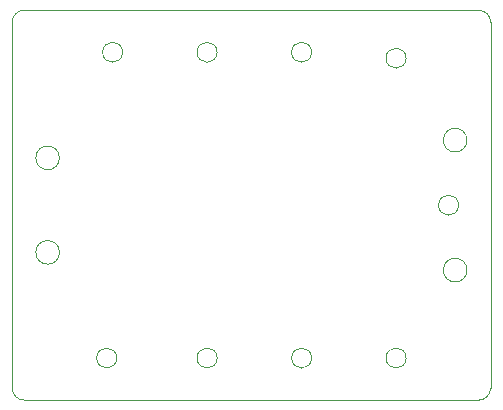
<source format=gbr>
%TF.GenerationSoftware,KiCad,Pcbnew,8.0.1-8.0.1-1~ubuntu22.04.1*%
%TF.CreationDate,2024-08-17T09:59:52+01:00*%
%TF.ProjectId,JACK_CONN,4a41434b-5f43-44f4-9e4e-2e6b69636164,v2.0*%
%TF.SameCoordinates,Original*%
%TF.FileFunction,Profile,NP*%
%FSLAX46Y46*%
G04 Gerber Fmt 4.6, Leading zero omitted, Abs format (unit mm)*
G04 Created by KiCad (PCBNEW 8.0.1-8.0.1-1~ubuntu22.04.1) date 2024-08-17 09:59:52*
%MOMM*%
%LPD*%
G01*
G04 APERTURE LIST*
%TA.AperFunction,Profile*%
%ADD10C,0.038100*%
%TD*%
%TA.AperFunction,Profile*%
%ADD11C,0.100000*%
%TD*%
G04 APERTURE END LIST*
D10*
X59000005Y-56499993D02*
X20500001Y-56499999D01*
X20500001Y-23500001D02*
X59000002Y-23499998D01*
X19500003Y-24499999D02*
X19500002Y-55500000D01*
X23500001Y-36000000D02*
G75*
G02*
X21500001Y-36000000I-1000000J0D01*
G01*
X21500001Y-36000000D02*
G75*
G02*
X23500001Y-36000000I1000000J0D01*
G01*
X23500001Y-44000000D02*
G75*
G02*
X21500001Y-44000000I-1000000J0D01*
G01*
X21500001Y-44000000D02*
G75*
G02*
X23500001Y-44000000I1000000J0D01*
G01*
X19500003Y-24499999D02*
G75*
G02*
X20500001Y-23500003I999997J-1D01*
G01*
X20500001Y-56499999D02*
G75*
G02*
X19500001Y-55500002I-1J999999D01*
G01*
X60000000Y-24499999D02*
X60000001Y-55499993D01*
X59000002Y-23500001D02*
G75*
G02*
X59999999Y-24499999I-2J-999999D01*
G01*
X58000001Y-45500000D02*
G75*
G02*
X56000001Y-45500000I-1000000J0D01*
G01*
X56000001Y-45500000D02*
G75*
G02*
X58000001Y-45500000I1000000J0D01*
G01*
X60000001Y-55499993D02*
G75*
G02*
X59000005Y-56500001I-1000001J-7D01*
G01*
X58000001Y-34500000D02*
G75*
G02*
X56000001Y-34500000I-1000000J0D01*
G01*
X56000001Y-34500000D02*
G75*
G02*
X58000001Y-34500000I1000000J0D01*
G01*
D11*
%TO.C,J8*%
X52850001Y-52944999D02*
G75*
G02*
X51150001Y-52944999I-850000J0D01*
G01*
X51150001Y-52944999D02*
G75*
G02*
X52850001Y-52944999I850000J0D01*
G01*
%TO.C,J1*%
X28850001Y-27055000D02*
G75*
G02*
X27150001Y-27055000I-850000J0D01*
G01*
X27150001Y-27055000D02*
G75*
G02*
X28850001Y-27055000I850000J0D01*
G01*
%TO.C,J9*%
X57295000Y-40000000D02*
G75*
G02*
X55595000Y-40000000I-850000J0D01*
G01*
X55595000Y-40000000D02*
G75*
G02*
X57295000Y-40000000I850000J0D01*
G01*
%TO.C,J7*%
X52850001Y-27555000D02*
G75*
G02*
X51150001Y-27555000I-850000J0D01*
G01*
X51150001Y-27555000D02*
G75*
G02*
X52850001Y-27555000I850000J0D01*
G01*
%TO.C,J6*%
X44850001Y-27055000D02*
G75*
G02*
X43150001Y-27055000I-850000J0D01*
G01*
X43150001Y-27055000D02*
G75*
G02*
X44850001Y-27055000I850000J0D01*
G01*
%TO.C,J2*%
X28350001Y-52945000D02*
G75*
G02*
X26650001Y-52945000I-850000J0D01*
G01*
X26650001Y-52945000D02*
G75*
G02*
X28350001Y-52945000I850000J0D01*
G01*
%TO.C,J5*%
X44850001Y-52944999D02*
G75*
G02*
X43150001Y-52944999I-850000J0D01*
G01*
X43150001Y-52944999D02*
G75*
G02*
X44850001Y-52944999I850000J0D01*
G01*
%TO.C,J3*%
X36850001Y-27055000D02*
G75*
G02*
X35150001Y-27055000I-850000J0D01*
G01*
X35150001Y-27055000D02*
G75*
G02*
X36850001Y-27055000I850000J0D01*
G01*
%TO.C,J4*%
X36850001Y-52944999D02*
G75*
G02*
X35150001Y-52944999I-850000J0D01*
G01*
X35150001Y-52944999D02*
G75*
G02*
X36850001Y-52944999I850000J0D01*
G01*
%TD*%
M02*

</source>
